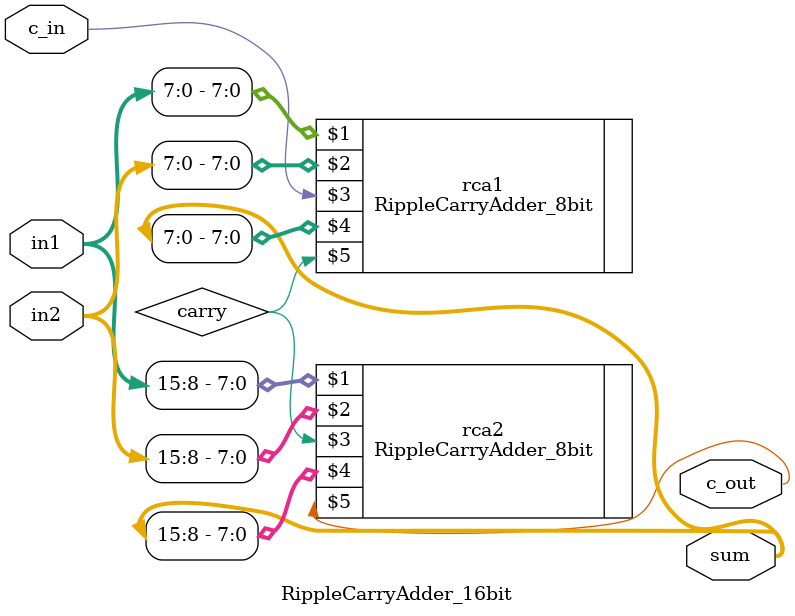
<source format=v>
`timescale 1ns / 1ps

/*
    Assignment Number: 1
    Problem Number: 1 Ripple Carry Adder
    Semester Number: 5
    Group Number: 1 
    Group Members: Animesh Jha(19CS10070), Nisarg Upadhyaya (19CS30031)
*/
//////////////////////////////////////////////////////////////////////////////////

module RippleCarryAdder_16bit(
    input [15:0] in1,
    input [15:0] in2,
    input c_in,
    output [15:0] sum,
    output c_out
    );
	 
	 wire carry;
	 //cascaded 2 8bit RCAs using carry wire
    RippleCarryAdder_8bit rca1(in1[7:0], in2[7:0], c_in, sum[7:0], carry);
    RippleCarryAdder_8bit rca2(in1[15:8], in2[15:8], carry, sum[15:8], c_out);


endmodule

</source>
